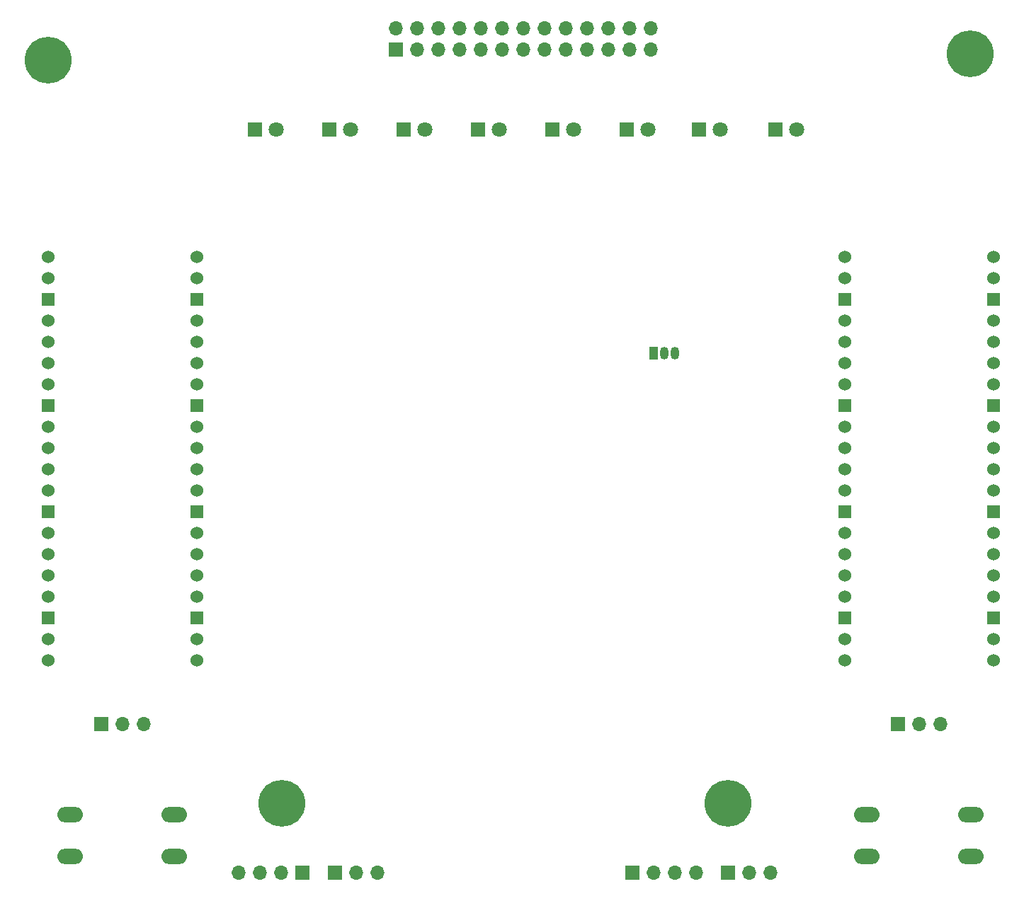
<source format=gbr>
%TF.GenerationSoftware,KiCad,Pcbnew,7.0.8*%
%TF.CreationDate,2023-11-22T21:34:50-08:00*%
%TF.ProjectId,DevkitHotswapPicoHub,4465766b-6974-4486-9f74-737761705069,rev?*%
%TF.SameCoordinates,Original*%
%TF.FileFunction,Soldermask,Bot*%
%TF.FilePolarity,Negative*%
%FSLAX46Y46*%
G04 Gerber Fmt 4.6, Leading zero omitted, Abs format (unit mm)*
G04 Created by KiCad (PCBNEW 7.0.8) date 2023-11-22 21:34:50*
%MOMM*%
%LPD*%
G01*
G04 APERTURE LIST*
%ADD10C,5.600000*%
%ADD11R,1.700000X1.700000*%
%ADD12O,1.700000X1.700000*%
%ADD13R,1.800000X1.800000*%
%ADD14C,1.800000*%
%ADD15O,3.048000X1.850000*%
%ADD16C,1.524000*%
%ADD17R,1.524000X1.524000*%
%ADD18R,1.050000X1.500000*%
%ADD19O,1.050000X1.500000*%
G04 APERTURE END LIST*
D10*
%TO.C,REF\u002A\u002A*%
X101600000Y-109220000D03*
%TD*%
D11*
%TO.C,J405*%
X101600000Y-117475000D03*
D12*
X104140000Y-117475000D03*
X106680000Y-117475000D03*
%TD*%
D13*
%TO.C,D411*%
X80645000Y-28575000D03*
D14*
X83185000Y-28575000D03*
%TD*%
D10*
%TO.C,REF\u002A\u002A*%
X130556000Y-19558000D03*
%TD*%
D13*
%TO.C,D408*%
X53975000Y-28575000D03*
D14*
X56515000Y-28575000D03*
%TD*%
D10*
%TO.C,REF\u002A\u002A*%
X48260000Y-109220000D03*
%TD*%
%TO.C,REF\u002A\u002A*%
X20320000Y-20320000D03*
%TD*%
D13*
%TO.C,D412*%
X89535000Y-28575000D03*
D14*
X92075000Y-28575000D03*
%TD*%
D11*
%TO.C,J404*%
X90170000Y-117475000D03*
D12*
X92710000Y-117475000D03*
X95250000Y-117475000D03*
X97790000Y-117475000D03*
%TD*%
D15*
%TO.C,SW403*%
X35450000Y-115530000D03*
X22950000Y-115530000D03*
X35450000Y-110530000D03*
X22950000Y-110530000D03*
%TD*%
D13*
%TO.C,D413*%
X98185000Y-28575000D03*
D14*
X100725000Y-28575000D03*
%TD*%
D13*
%TO.C,D410*%
X71755000Y-28575000D03*
D14*
X74295000Y-28575000D03*
%TD*%
D11*
%TO.C,J303*%
X121920000Y-99695000D03*
D12*
X124460000Y-99695000D03*
X127000000Y-99695000D03*
%TD*%
D16*
%TO.C,U200*%
X20320000Y-43815000D03*
X20320000Y-46355000D03*
D17*
X20320000Y-48895000D03*
D16*
X20320000Y-51435000D03*
X20320000Y-53975000D03*
X20320000Y-59055000D03*
X20320000Y-56515000D03*
D17*
X20320000Y-61595000D03*
D16*
X20320000Y-64135000D03*
X20320000Y-66675000D03*
X20320000Y-69215000D03*
X20320000Y-71755000D03*
D17*
X20320000Y-74295000D03*
D16*
X20320000Y-76835000D03*
X20320000Y-79375000D03*
X20320000Y-81915000D03*
X20320000Y-84455000D03*
D17*
X20320000Y-86995000D03*
D16*
X20320000Y-89535000D03*
X20320000Y-92075000D03*
X38100000Y-92075000D03*
X38100000Y-89535000D03*
D17*
X38100000Y-86995000D03*
D16*
X38100000Y-84455000D03*
X38100000Y-81915000D03*
X38100000Y-79375000D03*
X38100000Y-76835000D03*
D17*
X38100000Y-74295000D03*
D16*
X38100000Y-71755000D03*
X38100000Y-69215000D03*
X38100000Y-66675000D03*
X38100000Y-64135000D03*
D17*
X38100000Y-61595000D03*
D16*
X38100000Y-59055000D03*
X38100000Y-56515000D03*
X38100000Y-53975000D03*
X38100000Y-51435000D03*
D17*
X38100000Y-48895000D03*
D16*
X38100000Y-46355000D03*
X38100000Y-43815000D03*
%TD*%
D13*
%TO.C,D414*%
X107315000Y-28575000D03*
D14*
X109855000Y-28575000D03*
%TD*%
D18*
%TO.C,Q507*%
X92716287Y-55358749D03*
D19*
X93986287Y-55358749D03*
X95256287Y-55358749D03*
%TD*%
D11*
%TO.C,J400*%
X50790000Y-117475000D03*
D12*
X48250000Y-117475000D03*
X45710000Y-117475000D03*
X43170000Y-117475000D03*
%TD*%
D11*
%TO.C,J502*%
X61912500Y-19050000D03*
D12*
X61912500Y-16510000D03*
X64452500Y-19050000D03*
X64452500Y-16510000D03*
X66992500Y-19050000D03*
X66992500Y-16510000D03*
X69532500Y-19050000D03*
X69532500Y-16510000D03*
X72072500Y-19050000D03*
X72072500Y-16510000D03*
X74612500Y-19050000D03*
X74612500Y-16510000D03*
X77152500Y-19050000D03*
X77152500Y-16510000D03*
X79692500Y-19050000D03*
X79692500Y-16510000D03*
X82232500Y-19050000D03*
X82232500Y-16510000D03*
X84772500Y-19050000D03*
X84772500Y-16510000D03*
X87312500Y-19050000D03*
X87312500Y-16510000D03*
X89852500Y-19050000D03*
X89852500Y-16510000D03*
X92392500Y-19050000D03*
X92392500Y-16510000D03*
%TD*%
D13*
%TO.C,D409*%
X62865000Y-28575000D03*
D14*
X65405000Y-28575000D03*
%TD*%
D13*
%TO.C,D407*%
X45085000Y-28575000D03*
D14*
X47625000Y-28575000D03*
%TD*%
D15*
%TO.C,SW406*%
X118220000Y-110530000D03*
X130720000Y-110530000D03*
X118220000Y-115530000D03*
X130720000Y-115530000D03*
%TD*%
D16*
%TO.C,U300*%
X115570000Y-43815000D03*
X115570000Y-46355000D03*
D17*
X115570000Y-48895000D03*
D16*
X115570000Y-51435000D03*
X115570000Y-53975000D03*
X115570000Y-59055000D03*
X115570000Y-56515000D03*
D17*
X115570000Y-61595000D03*
D16*
X115570000Y-64135000D03*
X115570000Y-66675000D03*
X115570000Y-69215000D03*
X115570000Y-71755000D03*
D17*
X115570000Y-74295000D03*
D16*
X115570000Y-76835000D03*
X115570000Y-79375000D03*
X115570000Y-81915000D03*
X115570000Y-84455000D03*
D17*
X115570000Y-86995000D03*
D16*
X115570000Y-89535000D03*
X115570000Y-92075000D03*
X133350000Y-92075000D03*
X133350000Y-89535000D03*
D17*
X133350000Y-86995000D03*
D16*
X133350000Y-84455000D03*
X133350000Y-81915000D03*
X133350000Y-79375000D03*
X133350000Y-76835000D03*
D17*
X133350000Y-74295000D03*
D16*
X133350000Y-71755000D03*
X133350000Y-69215000D03*
X133350000Y-66675000D03*
X133350000Y-64135000D03*
D17*
X133350000Y-61595000D03*
D16*
X133350000Y-59055000D03*
X133350000Y-56515000D03*
X133350000Y-53975000D03*
X133350000Y-51435000D03*
D17*
X133350000Y-48895000D03*
D16*
X133350000Y-46355000D03*
X133350000Y-43815000D03*
%TD*%
D11*
%TO.C,J202*%
X26670000Y-99695000D03*
D12*
X29210000Y-99695000D03*
X31750000Y-99695000D03*
%TD*%
D11*
%TO.C,J401*%
X54610000Y-117475000D03*
D12*
X57150000Y-117475000D03*
X59690000Y-117475000D03*
%TD*%
M02*

</source>
